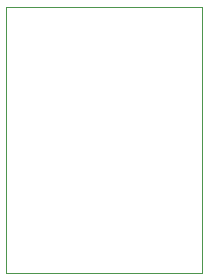
<source format=gm1>
G04 #@! TF.GenerationSoftware,KiCad,Pcbnew,(6.0.0)*
G04 #@! TF.CreationDate,2023-03-26T21:44:28-04:00*
G04 #@! TF.ProjectId,stroboscope_usb_c_0v1,7374726f-626f-4736-936f-70655f757362,rev?*
G04 #@! TF.SameCoordinates,Original*
G04 #@! TF.FileFunction,Profile,NP*
%FSLAX46Y46*%
G04 Gerber Fmt 4.6, Leading zero omitted, Abs format (unit mm)*
G04 Created by KiCad (PCBNEW (6.0.0)) date 2023-03-26 21:44:28*
%MOMM*%
%LPD*%
G01*
G04 APERTURE LIST*
G04 #@! TA.AperFunction,Profile*
%ADD10C,0.100000*%
G04 #@! TD*
G04 APERTURE END LIST*
D10*
X115880000Y-82500000D02*
X132500000Y-82500000D01*
X132500000Y-82500000D02*
X132500000Y-105000000D01*
X132500000Y-105000000D02*
X115880000Y-105000000D01*
X115880000Y-105000000D02*
X115880000Y-82500000D01*
M02*

</source>
